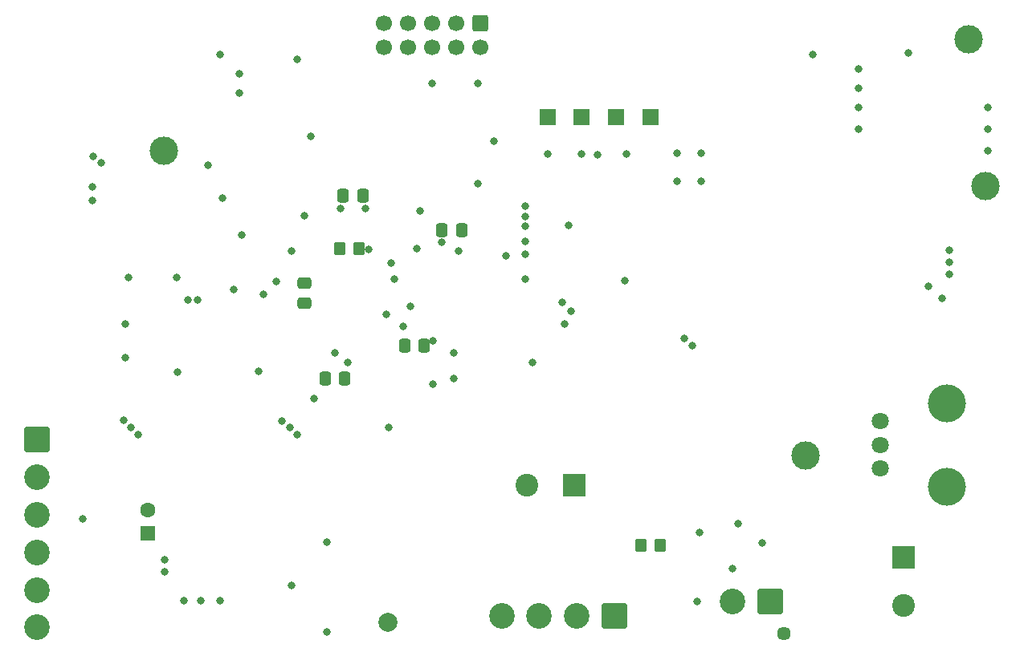
<source format=gbs>
G04 #@! TF.GenerationSoftware,KiCad,Pcbnew,7.0.10*
G04 #@! TF.CreationDate,2024-03-08T11:35:51-05:00*
G04 #@! TF.ProjectId,swipe-stack-hub,73776970-652d-4737-9461-636b2d687562,rev?*
G04 #@! TF.SameCoordinates,Original*
G04 #@! TF.FileFunction,Soldermask,Bot*
G04 #@! TF.FilePolarity,Negative*
%FSLAX46Y46*%
G04 Gerber Fmt 4.6, Leading zero omitted, Abs format (unit mm)*
G04 Created by KiCad (PCBNEW 7.0.10) date 2024-03-08 11:35:51*
%MOMM*%
%LPD*%
G01*
G04 APERTURE LIST*
G04 Aperture macros list*
%AMRoundRect*
0 Rectangle with rounded corners*
0 $1 Rounding radius*
0 $2 $3 $4 $5 $6 $7 $8 $9 X,Y pos of 4 corners*
0 Add a 4 corners polygon primitive as box body*
4,1,4,$2,$3,$4,$5,$6,$7,$8,$9,$2,$3,0*
0 Add four circle primitives for the rounded corners*
1,1,$1+$1,$2,$3*
1,1,$1+$1,$4,$5*
1,1,$1+$1,$6,$7*
1,1,$1+$1,$8,$9*
0 Add four rect primitives between the rounded corners*
20,1,$1+$1,$2,$3,$4,$5,0*
20,1,$1+$1,$4,$5,$6,$7,0*
20,1,$1+$1,$6,$7,$8,$9,0*
20,1,$1+$1,$8,$9,$2,$3,0*%
G04 Aperture macros list end*
%ADD10R,1.600000X1.600000*%
%ADD11C,1.600000*%
%ADD12RoundRect,0.250001X1.099999X1.099999X-1.099999X1.099999X-1.099999X-1.099999X1.099999X-1.099999X0*%
%ADD13C,2.700000*%
%ADD14RoundRect,0.250001X-1.099999X1.099999X-1.099999X-1.099999X1.099999X-1.099999X1.099999X1.099999X0*%
%ADD15C,1.450000*%
%ADD16C,4.000000*%
%ADD17C,1.800000*%
%ADD18C,3.000000*%
%ADD19RoundRect,0.250000X-0.600000X0.600000X-0.600000X-0.600000X0.600000X-0.600000X0.600000X0.600000X0*%
%ADD20C,1.700000*%
%ADD21R,1.700000X1.700000*%
%ADD22C,2.000000*%
%ADD23R,2.400000X2.400000*%
%ADD24C,2.400000*%
%ADD25RoundRect,0.250000X0.350000X0.450000X-0.350000X0.450000X-0.350000X-0.450000X0.350000X-0.450000X0*%
%ADD26RoundRect,0.250000X0.337500X0.475000X-0.337500X0.475000X-0.337500X-0.475000X0.337500X-0.475000X0*%
%ADD27RoundRect,0.250000X-0.337500X-0.475000X0.337500X-0.475000X0.337500X0.475000X-0.337500X0.475000X0*%
%ADD28RoundRect,0.250000X0.475000X-0.337500X0.475000X0.337500X-0.475000X0.337500X-0.475000X-0.337500X0*%
%ADD29C,0.800000*%
G04 APERTURE END LIST*
D10*
X107188000Y-144780000D03*
D11*
X107188000Y-142280000D03*
D12*
X156339500Y-153458000D03*
D13*
X152379500Y-153458000D03*
X148419500Y-153458000D03*
X144459500Y-153458000D03*
D14*
X95504000Y-134874000D03*
D13*
X95504000Y-138834000D03*
X95504000Y-142794000D03*
X95504000Y-146754000D03*
X95504000Y-150714000D03*
X95504000Y-154674000D03*
D15*
X174244000Y-155321000D03*
D12*
X172744000Y-151921000D03*
D13*
X168784000Y-151921000D03*
D16*
X191404000Y-131022000D03*
X191404000Y-139822000D03*
D17*
X184404000Y-137922000D03*
X184404000Y-135422000D03*
X184404000Y-132922000D03*
D18*
X193675000Y-92583000D03*
D19*
X142240000Y-90932000D03*
D20*
X142240000Y-93472000D03*
X139700000Y-90932000D03*
X139700000Y-93472000D03*
X137160000Y-90932000D03*
X137160000Y-93472000D03*
X134620000Y-90932000D03*
X134620000Y-93472000D03*
X132080000Y-90932000D03*
X132080000Y-93472000D03*
D21*
X149305705Y-100763705D03*
D22*
X132488000Y-154168000D03*
D21*
X152915705Y-100763705D03*
D18*
X176530000Y-136525000D03*
X108839000Y-104394000D03*
D23*
X152157729Y-139700000D03*
D24*
X147157729Y-139700000D03*
D23*
X186817000Y-147320000D03*
D24*
X186817000Y-152320000D03*
D21*
X156527705Y-100763705D03*
X160133705Y-100763705D03*
D25*
X161147000Y-146050000D03*
X159147000Y-146050000D03*
D26*
X127910500Y-128397000D03*
X125835500Y-128397000D03*
D27*
X138154500Y-112776000D03*
X140229500Y-112776000D03*
D26*
X136292500Y-124968000D03*
X134217500Y-124968000D03*
D25*
X129397000Y-114681000D03*
X127397000Y-114681000D03*
D27*
X127740500Y-109093000D03*
X129815500Y-109093000D03*
D28*
X123698000Y-120417500D03*
X123698000Y-118342500D03*
D29*
X116840000Y-96266000D03*
X182118000Y-95758000D03*
X195716000Y-102108000D03*
X177292000Y-94234000D03*
X187368000Y-94064000D03*
X114808000Y-151892000D03*
X112776000Y-151892000D03*
X108966000Y-148844000D03*
X126011000Y-145669000D03*
X104775000Y-126238000D03*
X195716000Y-99822000D03*
X122301000Y-150241000D03*
X122936000Y-94742000D03*
X126873000Y-125730000D03*
X157480000Y-118110000D03*
X151511000Y-112268000D03*
X101346000Y-108204000D03*
X134112000Y-122936000D03*
X110998000Y-151892000D03*
X104775000Y-122682000D03*
X126011000Y-155167000D03*
X195716000Y-104394000D03*
X124333000Y-102870000D03*
X108966000Y-147574000D03*
X139954000Y-114935000D03*
X116840000Y-98298000D03*
X114808000Y-94234000D03*
X130106149Y-110421149D03*
D18*
X195453000Y-108077000D03*
D29*
X101346000Y-109601000D03*
X182118000Y-97790000D03*
X123698000Y-111252000D03*
X162927705Y-107569000D03*
X137257000Y-124430000D03*
X143637000Y-103378000D03*
X113538000Y-105918000D03*
X137257000Y-129002000D03*
X162927705Y-104648000D03*
X138176000Y-114046000D03*
X128270000Y-126746000D03*
X165481000Y-107569000D03*
X127508000Y-110490000D03*
X165467705Y-104648000D03*
X115062000Y-109347000D03*
X122301000Y-114935000D03*
X116205000Y-118999000D03*
X110236000Y-117734375D03*
X105156000Y-117729000D03*
X119380000Y-119522352D03*
X190918000Y-119940705D03*
X164592000Y-124968000D03*
X191643000Y-117400705D03*
X133159500Y-117919500D03*
X191643000Y-116130705D03*
X163703000Y-124131705D03*
X146943653Y-117860653D03*
X191643000Y-114860705D03*
X139446000Y-128397000D03*
X139446000Y-125730000D03*
X151765000Y-121284604D03*
X147701000Y-126746000D03*
X132842000Y-116205000D03*
X150876000Y-120321705D03*
X141986000Y-107823000D03*
X141986000Y-97282000D03*
X137160000Y-97282000D03*
X135890000Y-110744000D03*
X104648000Y-132842000D03*
X121279571Y-132879000D03*
X105410000Y-133604000D03*
X122174000Y-133604000D03*
X122881108Y-134329000D03*
X106172000Y-134366000D03*
X100330000Y-143256000D03*
X135509000Y-114718000D03*
X146939000Y-115316000D03*
X157607000Y-104731205D03*
X154580898Y-104753103D03*
X146939000Y-112352666D03*
X146939000Y-111294333D03*
X152908000Y-104731205D03*
X149352000Y-104731205D03*
X146939000Y-110236000D03*
X102235000Y-105664000D03*
X111403893Y-120075424D03*
X112432605Y-120065954D03*
X101402948Y-104939000D03*
X134874000Y-120777000D03*
X118872000Y-127635000D03*
X171958000Y-145796000D03*
X130485000Y-114737000D03*
X110299500Y-127698500D03*
X117094000Y-113284000D03*
X146939000Y-113919000D03*
X182118000Y-102108000D03*
X144899975Y-115435975D03*
X182118000Y-99822000D03*
X132588000Y-133604000D03*
X124714000Y-130556000D03*
X189484000Y-118670705D03*
X151130000Y-122682000D03*
X169418000Y-143764000D03*
X132334000Y-121666000D03*
X168783000Y-148463000D03*
X120713500Y-118173500D03*
X165100000Y-151921000D03*
X165314000Y-144682000D03*
M02*

</source>
